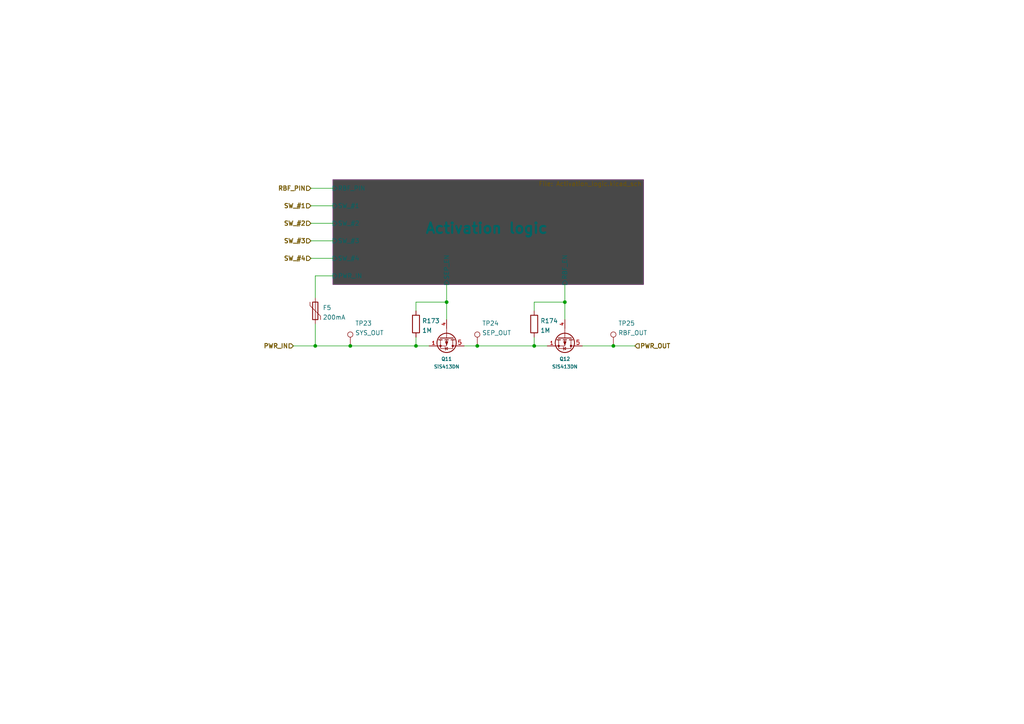
<source format=kicad_sch>
(kicad_sch (version 20210621) (generator eeschema)
  (paper "A4")
  (title_block (title "BUTCube - EPS") (date "2021-06-01") (rev "v1.0") (company "VUT - FIT(STRaDe) & FME(IAE & IPE)") (comment 1 "Author: Petr Malaník"))
  (lib_symbols
    (symbol "Connector:TestPoint" (pin_numbers hide) (pin_names (offset 0.762) hide)
      (property "Reference" "TP" (at 0 6.858 0))
      (property "Value" "TestPoint" (at 0 5.08 0))
      (symbol "TestPoint_0_1"
        (circle (center 0 3.302) (radius 0.762))
      )
      (symbol "TestPoint_1_1"
        (pin passive line (at 0 0 90) (length 2.54) (name "1") (number "1"))
      )
    )
    (symbol "Device:Polyfuse" (pin_numbers hide) (pin_names (offset 0))
      (property "Reference" "F" (at -2.54 0 90))
      (property "Value" "Polyfuse" (at 2.54 0 90))
      (symbol "Polyfuse_0_1"
        (rectangle (start -0.762 2.54) (end 0.762 -2.54) (stroke (width 0.254)))
        (polyline (pts (xy 0 2.54) (xy 0 -2.54)))
        (polyline (pts (xy -1.524 2.54) (xy -1.524 1.524) (xy 1.524 -1.524) (xy 1.524 -2.54)))
      )
      (symbol "Polyfuse_1_1"
        (pin passive line (at 0 3.81 270) (length 1.27) (name "~") (number "1"))
        (pin passive line (at 0 -3.81 90) (length 1.27) (name "~") (number "2"))
      )
    )
    (symbol "Device:R" (pin_numbers hide) (pin_names (offset 0))
      (property "Reference" "R" (at 2.032 0 90))
      (property "Value" "R" (at 0 0 90))
      (symbol "R_0_1"
        (rectangle (start -1.016 -2.54) (end 1.016 2.54) (stroke (width 0.254)))
      )
      (symbol "R_1_1"
        (pin passive line (at 0 3.81 270) (length 1.27) (name "~") (number "1"))
        (pin passive line (at 0 -3.81 90) (length 1.27) (name "~") (number "2"))
      )
    )
    (symbol "TCY_transistors:SiS413DN" (pin_names hide)
      (property "Reference" "Q" (at 8.89 2.54 0))
      (property "Value" "SiS413DN" (at 8.89 0 0))
      (symbol "SiS413DN_0_1"
        (circle (center -0.889 0) (radius 2.794) (stroke (width 0.254)))
        (circle (center 0 -1.778) (radius 0.254) (fill (type outline)))
        (circle (center 0 1.778) (radius 0.254) (fill (type outline)))
        (polyline (pts (xy -2.286 0) (xy -5.08 0)))
        (polyline (pts (xy -2.286 1.905) (xy -2.286 -1.905)) (stroke (width 0.254)))
        (polyline (pts (xy -1.778 -1.27) (xy -1.778 -2.286)) (stroke (width 0.254)))
        (polyline (pts (xy -1.778 0.508) (xy -1.778 -0.508)) (stroke (width 0.254)))
        (polyline (pts (xy -1.778 2.286) (xy -1.778 1.27)) (stroke (width 0.254)))
        (polyline (pts (xy 0 2.54) (xy 0 1.778)))
        (polyline (pts (xy 0 -2.54) (xy 0 0) (xy -1.778 0)))
        (polyline (pts (xy -1.778 1.778) (xy 0.762 1.778) (xy 0.762 -1.778) (xy -1.778 -1.778)))
        (polyline (pts (xy 0.254 -0.508) (xy 0.381 -0.381) (xy 1.143 -0.381) (xy 1.27 -0.254)))
        (polyline (pts (xy 0.762 -0.381) (xy 0.381 0.254) (xy 1.143 0.254) (xy 0.762 -0.381)))
        (polyline (pts (xy -0.254 0) (xy -1.27 0.381) (xy -1.27 -0.381) (xy -0.254 0)) (fill (type outline)))
      )
      (symbol "SiS413DN_1_1"
        (pin passive line (at 0 -5.08 90) (length 2.54) (name "S") (number "1"))
        (pin passive line (at 0 -5.08 90) (length 2.54) hide (name "S") (number "2"))
        (pin passive line (at 0 -5.08 90) (length 2.54) hide (name "S") (number "3"))
        (pin passive line (at -7.62 0 0) (length 2.54) (name "G") (number "4"))
        (pin passive line (at 0 5.08 270) (length 2.54) (name "D") (number "5"))
      )
    )
  )
  (junction (at 91.44 100.33) (diameter 0.9144))
  (junction (at 101.6 100.33) (diameter 0.9144))
  (junction (at 120.65 100.33) (diameter 0.9144))
  (junction (at 129.54 87.63) (diameter 0.9144))
  (junction (at 138.43 100.33) (diameter 0.9144))
  (junction (at 154.94 100.33) (diameter 0.9144))
  (junction (at 163.83 87.63) (diameter 0.9144))
  (junction (at 177.9026 100.33) (diameter 0.9144))
  (wire (pts (xy 85.09 100.33) (xy 91.44 100.33)))
  (wire (pts (xy 90.17 54.61) (xy 96.52 54.61)))
  (wire (pts (xy 90.17 59.69) (xy 96.52 59.69)))
  (wire (pts (xy 90.17 64.77) (xy 96.52 64.77)))
  (wire (pts (xy 90.17 69.85) (xy 96.52 69.85)))
  (wire (pts (xy 90.17 74.93) (xy 96.52 74.93)))
  (wire (pts (xy 91.44 80.01) (xy 91.44 86.36)))
  (wire (pts (xy 91.44 93.98) (xy 91.44 100.33)))
  (wire (pts (xy 91.44 100.33) (xy 101.6 100.33)))
  (wire (pts (xy 96.52 80.01) (xy 91.44 80.01)))
  (wire (pts (xy 101.6 100.33) (xy 120.65 100.33)))
  (wire (pts (xy 120.65 87.63) (xy 129.54 87.63)))
  (wire (pts (xy 120.65 90.17) (xy 120.65 87.63)))
  (wire (pts (xy 120.65 97.79) (xy 120.65 100.33)))
  (wire (pts (xy 120.65 100.33) (xy 124.46 100.33)))
  (wire (pts (xy 129.54 82.55) (xy 129.54 87.63)))
  (wire (pts (xy 129.54 87.63) (xy 129.54 92.71)))
  (wire (pts (xy 134.62 100.33) (xy 138.43 100.33)))
  (wire (pts (xy 138.43 100.33) (xy 154.94 100.33)))
  (wire (pts (xy 154.94 87.63) (xy 154.94 90.17)))
  (wire (pts (xy 154.94 87.63) (xy 163.83 87.63)))
  (wire (pts (xy 154.94 97.79) (xy 154.94 100.33)))
  (wire (pts (xy 154.94 100.33) (xy 158.75 100.33)))
  (wire (pts (xy 163.83 82.55) (xy 163.83 87.63)))
  (wire (pts (xy 163.83 87.63) (xy 163.83 92.71)))
  (wire (pts (xy 168.91 100.33) (xy 177.9026 100.33)))
  (wire (pts (xy 177.9026 100.33) (xy 184.15 100.33)))
  (hierarchical_label "PWR_IN" (shape input) (at 85.09 100.33 180) (effects (font (thickness 0.254))))
  (hierarchical_label "RBF_PIN" (shape input) (at 90.17 54.61 180) (effects (font (thickness 0.254))))
  (hierarchical_label "SW_#1" (shape input) (at 90.17 59.69 180) (effects (font (thickness 0.254))))
  (hierarchical_label "SW_#2" (shape input) (at 90.17 64.77 180) (effects (font (thickness 0.254))))
  (hierarchical_label "SW_#3" (shape input) (at 90.17 69.85 180) (effects (font (thickness 0.254))))
  (hierarchical_label "SW_#4" (shape input) (at 90.17 74.93 180) (effects (font (thickness 0.254))))
  (hierarchical_label "PWR_OUT" (shape input) (at 184.15 100.33 0) (effects (font (thickness 0.254))))
  (symbol (lib_id "Connector:TestPoint") (at 101.6 100.33 0)
    (property "Reference" "TP23" (at 102.9971 93.77 0) (effects (justify left)))
    (property "Value" "SYS_OUT" (at 102.9971 96.5451 0) (effects (justify left)))
    (property "Footprint" "TCY_connectors:TestPoint_Pad_D0.5mm" (effects hide))
  )
  (symbol (lib_id "Connector:TestPoint") (at 138.43 100.33 0)
    (property "Reference" "TP24" (at 139.8271 93.77 0) (effects (justify left)))
    (property "Value" "SEP_OUT" (at 139.8271 96.5451 0) (effects (justify left)))
    (property "Footprint" "TCY_connectors:TestPoint_Pad_D0.5mm" (effects hide))
  )
  (symbol (lib_id "Connector:TestPoint") (at 177.9026 100.33 0)
    (property "Reference" "TP25" (at 179.2997 93.77 0) (effects (justify left)))
    (property "Value" "RBF_OUT" (at 179.2997 96.5451 0) (effects (justify left)))
    (property "Footprint" "TCY_connectors:TestPoint_Pad_D0.5mm" (effects hide))
  )
  (symbol (lib_id "Device:R") (at 120.65 93.98 0)
    (property "Reference" "R173" (at 122.4281 93.0715 0) (effects (justify left)))
    (property "Value" "1M" (at 122.4281 95.8466 0) (effects (justify left)))
    (property "Footprint" "TCY_passives:R_0603_1608Metric" (effects hide))
  )
  (symbol (lib_id "Device:R") (at 154.94 93.98 0)
    (property "Reference" "R174" (at 156.7181 93.0715 0) (effects (justify left)))
    (property "Value" "1M" (at 156.7181 95.8466 0) (effects (justify left)))
    (property "Footprint" "TCY_passives:R_0603_1608Metric" (effects hide))
  )
  (symbol (lib_id "Device:Polyfuse") (at 91.44 90.17 0)
    (property "Reference" "F5" (at 93.5991 89.2615 0) (effects (justify left)))
    (property "Value" "200mA" (at 93.5991 92.0366 0) (effects (justify left)))
    (property "Footprint" "Fuse:Fuse_0603_1608Metric" (effects hide))
  )
  (symbol (lib_id "TCY_transistors:SiS413DN") (at 129.54 100.33 270)
    (property "Reference" "Q11" (at 129.54 104.1166 90) (effects (font (size 1 1))))
    (property "Value" "SiS413DN" (at 129.54 106.3556 90) (effects (font (size 1 1))))
    (property "Footprint" "Package_SO:Vishay_PowerPAK_1212-8_Single" (effects hide))
    (property "Datasheet" "https://www.vishay.com/docs/63262/sis413dn.pdf" (effects hide))
  )
  (symbol (lib_id "TCY_transistors:SiS413DN") (at 163.83 100.33 270)
    (property "Reference" "Q12" (at 163.83 104.1166 90) (effects (font (size 1 1))))
    (property "Value" "SiS413DN" (at 163.83 106.3556 90) (effects (font (size 1 1))))
    (property "Footprint" "Package_SO:Vishay_PowerPAK_1212-8_Single" (effects hide))
    (property "Datasheet" "https://www.vishay.com/docs/63262/sis413dn.pdf" (effects hide))
  )
  (sheet (at 96.52 52.07) (size 90.17 30.48) (stroke (width 0.001) (color 132 0 132 1)) (fill (color 72 72 72 1.0000))
    (property "Sheet name" "Activation logic" (at 123.19 67.9441 0) (effects (font (size 3 3) bold) (justify left bottom)))
    (property "Sheet file" "Activation_logic.kicad_sch" (at 156.21 52.5789 0) (effects (justify left top)))
    (pin "SW_#1" input (at 96.52 59.69 180))
    (pin "SW_#2" input (at 96.52 64.77 180))
    (pin "SW_#3" input (at 96.52 69.85 180))
    (pin "SW_#4" input (at 96.52 74.93 180))
    (pin "SEP_EN" input (at 129.54 82.55 270))
    (pin "PWR_IN" input (at 96.52 80.01 180))
    (pin "RBF_PIN" input (at 96.52 54.61 180))
    (pin "RBF_EN" input (at 163.83 82.55 270))
  )
)
</source>
